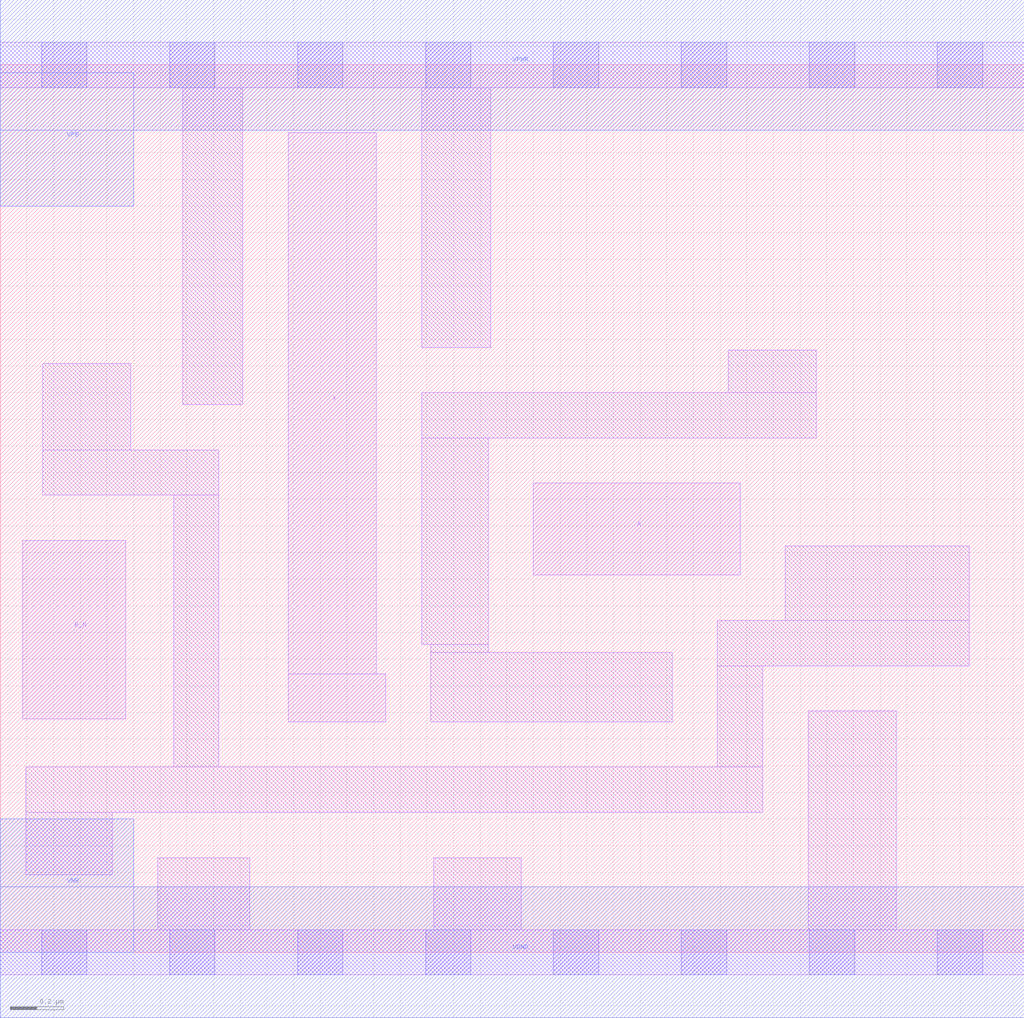
<source format=lef>
# Copyright 2020 The SkyWater PDK Authors
#
# Licensed under the Apache License, Version 2.0 (the "License");
# you may not use this file except in compliance with the License.
# You may obtain a copy of the License at
#
#     https://www.apache.org/licenses/LICENSE-2.0
#
# Unless required by applicable law or agreed to in writing, software
# distributed under the License is distributed on an "AS IS" BASIS,
# WITHOUT WARRANTIES OR CONDITIONS OF ANY KIND, either express or implied.
# See the License for the specific language governing permissions and
# limitations under the License.
#
# SPDX-License-Identifier: Apache-2.0

VERSION 5.5 ;
NAMESCASESENSITIVE ON ;
BUSBITCHARS "[]" ;
DIVIDERCHAR "/" ;
MACRO sky130_fd_sc_lp__or2b_2
  CLASS CORE ;
  SOURCE USER ;
  ORIGIN  0.000000  0.000000 ;
  SIZE  3.840000 BY  3.330000 ;
  SYMMETRY X Y R90 ;
  SITE unit ;
  PIN A
    ANTENNAGATEAREA  0.126000 ;
    DIRECTION INPUT ;
    USE SIGNAL ;
    PORT
      LAYER li1 ;
        RECT 2.000000 1.415000 2.775000 1.760000 ;
    END
  END A
  PIN B_N
    ANTENNAGATEAREA  0.126000 ;
    DIRECTION INPUT ;
    USE SIGNAL ;
    PORT
      LAYER li1 ;
        RECT 0.085000 0.875000 0.470000 1.545000 ;
    END
  END B_N
  PIN X
    ANTENNADIFFAREA  0.588000 ;
    DIRECTION OUTPUT ;
    USE SIGNAL ;
    PORT
      LAYER li1 ;
        RECT 1.080000 0.865000 1.445000 1.045000 ;
        RECT 1.080000 1.045000 1.410000 3.075000 ;
    END
  END X
  PIN VGND
    DIRECTION INOUT ;
    USE GROUND ;
    PORT
      LAYER met1 ;
        RECT 0.000000 -0.245000 3.840000 0.245000 ;
    END
  END VGND
  PIN VNB
    DIRECTION INOUT ;
    USE GROUND ;
    PORT
      LAYER met1 ;
        RECT 0.000000 0.000000 0.500000 0.500000 ;
    END
  END VNB
  PIN VPB
    DIRECTION INOUT ;
    USE POWER ;
    PORT
      LAYER met1 ;
        RECT 0.000000 2.800000 0.500000 3.300000 ;
    END
  END VPB
  PIN VPWR
    DIRECTION INOUT ;
    USE POWER ;
    PORT
      LAYER met1 ;
        RECT 0.000000 3.085000 3.840000 3.575000 ;
    END
  END VPWR
  OBS
    LAYER li1 ;
      RECT 0.000000 -0.085000 3.840000 0.085000 ;
      RECT 0.000000  3.245000 3.840000 3.415000 ;
      RECT 0.095000  0.290000 0.420000 0.525000 ;
      RECT 0.095000  0.525000 2.860000 0.695000 ;
      RECT 0.160000  1.715000 0.820000 1.885000 ;
      RECT 0.160000  1.885000 0.490000 2.210000 ;
      RECT 0.590000  0.085000 0.935000 0.355000 ;
      RECT 0.650000  0.695000 0.820000 1.715000 ;
      RECT 0.685000  2.055000 0.910000 3.245000 ;
      RECT 1.580000  1.155000 1.830000 1.930000 ;
      RECT 1.580000  1.930000 3.060000 2.100000 ;
      RECT 1.580000  2.270000 1.840000 3.245000 ;
      RECT 1.615000  0.865000 2.520000 1.125000 ;
      RECT 1.615000  1.125000 1.830000 1.155000 ;
      RECT 1.625000  0.085000 1.955000 0.355000 ;
      RECT 2.690000  0.695000 2.860000 1.075000 ;
      RECT 2.690000  1.075000 3.635000 1.245000 ;
      RECT 2.730000  2.100000 3.060000 2.260000 ;
      RECT 2.945000  1.245000 3.635000 1.525000 ;
      RECT 3.030000  0.085000 3.360000 0.905000 ;
    LAYER mcon ;
      RECT 0.155000 -0.085000 0.325000 0.085000 ;
      RECT 0.155000  3.245000 0.325000 3.415000 ;
      RECT 0.635000 -0.085000 0.805000 0.085000 ;
      RECT 0.635000  3.245000 0.805000 3.415000 ;
      RECT 1.115000 -0.085000 1.285000 0.085000 ;
      RECT 1.115000  3.245000 1.285000 3.415000 ;
      RECT 1.595000 -0.085000 1.765000 0.085000 ;
      RECT 1.595000  3.245000 1.765000 3.415000 ;
      RECT 2.075000 -0.085000 2.245000 0.085000 ;
      RECT 2.075000  3.245000 2.245000 3.415000 ;
      RECT 2.555000 -0.085000 2.725000 0.085000 ;
      RECT 2.555000  3.245000 2.725000 3.415000 ;
      RECT 3.035000 -0.085000 3.205000 0.085000 ;
      RECT 3.035000  3.245000 3.205000 3.415000 ;
      RECT 3.515000 -0.085000 3.685000 0.085000 ;
      RECT 3.515000  3.245000 3.685000 3.415000 ;
  END
END sky130_fd_sc_lp__or2b_2
END LIBRARY

</source>
